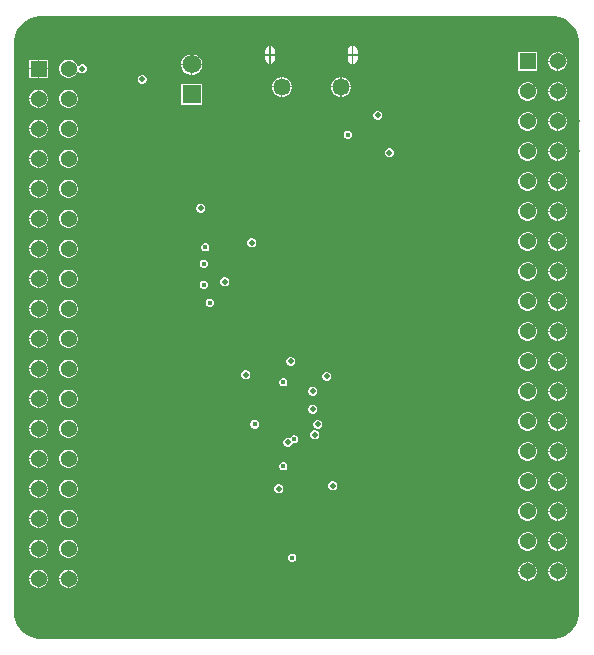
<source format=gbr>
%TF.GenerationSoftware,Altium Limited,Altium Designer,24.10.1 (45)*%
G04 Layer_Physical_Order=2*
G04 Layer_Color=36540*
%FSLAX45Y45*%
%MOMM*%
%TF.SameCoordinates,4DA1E9EC-797C-4A4C-9375-46A5AD340D12*%
%TF.FilePolarity,Positive*%
%TF.FileFunction,Copper,L2,Inr,Signal*%
%TF.Part,Single*%
G01*
G75*
%TA.AperFunction,ComponentPad*%
%ADD31C,1.37000*%
%ADD32R,1.37000X1.37000*%
%ADD33C,1.45000*%
%ADD34C,1.57000*%
%ADD35R,1.57000X1.57000*%
%TA.AperFunction,ViaPad*%
%ADD36C,0.45000*%
%ADD37C,0.50000*%
G36*
X4640141Y5063332D02*
X4682655Y5045722D01*
X4720916Y5020157D01*
X4753456Y4987617D01*
X4779022Y4949355D01*
X4796632Y4906841D01*
X4805609Y4861709D01*
Y4838700D01*
Y25400D01*
Y2391D01*
X4796632Y-42741D01*
X4779022Y-85256D01*
X4753457Y-123516D01*
X4720917Y-156056D01*
X4682655Y-181622D01*
X4640140Y-199232D01*
X4595009Y-208209D01*
X230991D01*
X185859Y-199232D01*
X143344Y-181622D01*
X105084Y-156057D01*
X72544Y-123518D01*
X46978Y-85256D01*
X29368Y-42741D01*
X20391Y2391D01*
Y25400D01*
Y4838700D01*
Y4861709D01*
X29368Y4906840D01*
X46978Y4949355D01*
X72543Y4987616D01*
X105082Y5020156D01*
X143344Y5045722D01*
X185859Y5063332D01*
X230991Y5072309D01*
X4595009D01*
X4640141Y5063332D01*
D02*
G37*
%LPC*%
G36*
X2892080Y4815336D02*
Y4745480D01*
X2927947D01*
Y4775400D01*
X2924830Y4791070D01*
X2915954Y4804354D01*
X2902670Y4813230D01*
X2892080Y4815336D01*
D02*
G37*
G36*
X2192080D02*
Y4745480D01*
X2227947D01*
Y4775400D01*
X2224830Y4791070D01*
X2215954Y4804354D01*
X2202670Y4813230D01*
X2192080Y4815336D01*
D02*
G37*
G36*
X2881920D02*
X2871330Y4813230D01*
X2858046Y4804354D01*
X2849170Y4791070D01*
X2846053Y4775400D01*
Y4745480D01*
X2881920D01*
Y4815336D01*
D02*
G37*
G36*
X2181920D02*
X2171330Y4813230D01*
X2158046Y4804354D01*
X2149170Y4791070D01*
X2146053Y4775400D01*
Y4745480D01*
X2181920D01*
Y4815336D01*
D02*
G37*
G36*
X4633156Y4764960D02*
X4627880D01*
Y4691380D01*
X4701460D01*
Y4696656D01*
X4696099Y4716662D01*
X4685743Y4734598D01*
X4671098Y4749243D01*
X4653162Y4759599D01*
X4633156Y4764960D01*
D02*
G37*
G36*
X4617720D02*
X4612444D01*
X4592438Y4759599D01*
X4574502Y4749243D01*
X4559857Y4734598D01*
X4549501Y4716662D01*
X4544140Y4696656D01*
Y4691380D01*
X4617720D01*
Y4764960D01*
D02*
G37*
G36*
X1535672Y4749560D02*
X1529080D01*
Y4665980D01*
X1612660D01*
Y4672572D01*
X1606618Y4695121D01*
X1594946Y4715339D01*
X1578439Y4731846D01*
X1558221Y4743518D01*
X1535672Y4749560D01*
D02*
G37*
G36*
X1518920D02*
X1512328D01*
X1489779Y4743518D01*
X1469561Y4731846D01*
X1453054Y4715339D01*
X1441382Y4695121D01*
X1435340Y4672572D01*
Y4665980D01*
X1518920D01*
Y4749560D01*
D02*
G37*
G36*
X2927947Y4735320D02*
X2892080D01*
Y4665464D01*
X2902670Y4667570D01*
X2915954Y4676446D01*
X2924830Y4689730D01*
X2927947Y4705400D01*
Y4735320D01*
D02*
G37*
G36*
X2227947D02*
X2192080D01*
Y4665464D01*
X2202670Y4667570D01*
X2215954Y4676446D01*
X2224830Y4689730D01*
X2227947Y4705400D01*
Y4735320D01*
D02*
G37*
G36*
X2881920D02*
X2846053D01*
Y4705400D01*
X2849170Y4689730D01*
X2858046Y4676446D01*
X2871330Y4667570D01*
X2881920Y4665464D01*
Y4735320D01*
D02*
G37*
G36*
X2181920D02*
X2146053D01*
Y4705400D01*
X2149170Y4689730D01*
X2158046Y4676446D01*
X2171330Y4667570D01*
X2181920Y4665464D01*
Y4735320D01*
D02*
G37*
G36*
X307260Y4701460D02*
X233680D01*
Y4627880D01*
X307260D01*
Y4701460D01*
D02*
G37*
G36*
X223520D02*
X149940D01*
Y4627880D01*
X223520D01*
Y4701460D01*
D02*
G37*
G36*
X4701460Y4681220D02*
X4627880D01*
Y4607640D01*
X4633156D01*
X4653162Y4613001D01*
X4671098Y4623357D01*
X4685743Y4638002D01*
X4696099Y4655938D01*
X4701460Y4675944D01*
Y4681220D01*
D02*
G37*
G36*
X4617720D02*
X4544140D01*
Y4675944D01*
X4549501Y4655938D01*
X4559857Y4638002D01*
X4574502Y4623357D01*
X4592438Y4613001D01*
X4612444Y4607640D01*
X4617720D01*
Y4681220D01*
D02*
G37*
G36*
X4447460Y4764960D02*
X4290140D01*
Y4607640D01*
X4447460D01*
Y4764960D01*
D02*
G37*
G36*
X492956Y4701460D02*
X472244D01*
X452238Y4696099D01*
X434302Y4685743D01*
X419657Y4671098D01*
X409301Y4653162D01*
X403940Y4633156D01*
Y4612444D01*
X409301Y4592438D01*
X419657Y4574502D01*
X434302Y4559857D01*
X452238Y4549501D01*
X472244Y4544140D01*
X492956D01*
X512962Y4549501D01*
X530898Y4559857D01*
X545543Y4574502D01*
X555899Y4592438D01*
X556925Y4596265D01*
X568009Y4598375D01*
X575545Y4590839D01*
X589401Y4585100D01*
X604399D01*
X618255Y4590839D01*
X628861Y4601445D01*
X634600Y4615301D01*
Y4630299D01*
X628861Y4644155D01*
X618255Y4654761D01*
X604399Y4660500D01*
X589401D01*
X575545Y4654761D01*
X568009Y4647225D01*
X556925Y4649335D01*
X555899Y4653162D01*
X545543Y4671098D01*
X530898Y4685743D01*
X512962Y4696099D01*
X492956Y4701460D01*
D02*
G37*
G36*
X1612660Y4655820D02*
X1529080D01*
Y4572240D01*
X1535672D01*
X1558221Y4578282D01*
X1578439Y4589954D01*
X1594946Y4606461D01*
X1606618Y4626679D01*
X1612660Y4649228D01*
Y4655820D01*
D02*
G37*
G36*
X1518920D02*
X1435340D01*
Y4649228D01*
X1441382Y4626679D01*
X1453054Y4606461D01*
X1469561Y4589954D01*
X1489779Y4578282D01*
X1512328Y4572240D01*
X1518920D01*
Y4655820D01*
D02*
G37*
G36*
X307260Y4617720D02*
X233680D01*
Y4544140D01*
X307260D01*
Y4617720D01*
D02*
G37*
G36*
X223520D02*
X149940D01*
Y4544140D01*
X223520D01*
Y4617720D01*
D02*
G37*
G36*
X1112399Y4571600D02*
X1097401D01*
X1083545Y4565861D01*
X1072939Y4555255D01*
X1067200Y4541399D01*
Y4526401D01*
X1072939Y4512545D01*
X1083545Y4501939D01*
X1097401Y4496200D01*
X1112399D01*
X1126255Y4501939D01*
X1136861Y4512545D01*
X1142600Y4526401D01*
Y4541399D01*
X1136861Y4555255D01*
X1126255Y4565861D01*
X1112399Y4571600D01*
D02*
G37*
G36*
X2797882Y4553060D02*
X2792080D01*
Y4475480D01*
X2869660D01*
Y4481282D01*
X2864027Y4502305D01*
X2853144Y4521154D01*
X2837754Y4536544D01*
X2818905Y4547427D01*
X2797882Y4553060D01*
D02*
G37*
G36*
X2781920D02*
X2776118D01*
X2755095Y4547427D01*
X2736246Y4536544D01*
X2720856Y4521154D01*
X2709973Y4502305D01*
X2704340Y4481282D01*
Y4475480D01*
X2781920D01*
Y4553060D01*
D02*
G37*
G36*
X2297882D02*
X2292080D01*
Y4475480D01*
X2369660D01*
Y4481282D01*
X2364027Y4502305D01*
X2353144Y4521154D01*
X2337754Y4536544D01*
X2318905Y4547427D01*
X2297882Y4553060D01*
D02*
G37*
G36*
X2281920D02*
X2276118D01*
X2255095Y4547427D01*
X2236246Y4536544D01*
X2220856Y4521154D01*
X2209973Y4502305D01*
X2204340Y4481282D01*
Y4475480D01*
X2281920D01*
Y4553060D01*
D02*
G37*
G36*
X4633156Y4510960D02*
X4627880D01*
Y4437380D01*
X4701460D01*
Y4442656D01*
X4696099Y4462662D01*
X4685743Y4480598D01*
X4671098Y4495243D01*
X4653162Y4505599D01*
X4633156Y4510960D01*
D02*
G37*
G36*
X4617720D02*
X4612444D01*
X4592438Y4505599D01*
X4574502Y4495243D01*
X4559857Y4480598D01*
X4549501Y4462662D01*
X4544140Y4442656D01*
Y4437380D01*
X4617720D01*
Y4510960D01*
D02*
G37*
G36*
X2869660Y4465320D02*
X2792080D01*
Y4387740D01*
X2797882D01*
X2818905Y4393373D01*
X2837754Y4404256D01*
X2853144Y4419646D01*
X2864027Y4438495D01*
X2869660Y4459518D01*
Y4465320D01*
D02*
G37*
G36*
X2781920D02*
X2704340D01*
Y4459518D01*
X2709973Y4438495D01*
X2720856Y4419646D01*
X2736246Y4404256D01*
X2755095Y4393373D01*
X2776118Y4387740D01*
X2781920D01*
Y4465320D01*
D02*
G37*
G36*
X2369660D02*
X2292080D01*
Y4387740D01*
X2297882D01*
X2318905Y4393373D01*
X2337754Y4404256D01*
X2353144Y4419646D01*
X2364027Y4438495D01*
X2369660Y4459518D01*
Y4465320D01*
D02*
G37*
G36*
X2281920D02*
X2204340D01*
Y4459518D01*
X2209973Y4438495D01*
X2220856Y4419646D01*
X2236246Y4404256D01*
X2255095Y4393373D01*
X2276118Y4387740D01*
X2281920D01*
Y4465320D01*
D02*
G37*
G36*
X238956Y4447460D02*
X233680D01*
Y4373880D01*
X307260D01*
Y4379156D01*
X301899Y4399162D01*
X291543Y4417098D01*
X276898Y4431743D01*
X258962Y4442099D01*
X238956Y4447460D01*
D02*
G37*
G36*
X223520D02*
X218244D01*
X198238Y4442099D01*
X180302Y4431743D01*
X165657Y4417098D01*
X155301Y4399162D01*
X149940Y4379156D01*
Y4373880D01*
X223520D01*
Y4447460D01*
D02*
G37*
G36*
X4701460Y4427220D02*
X4627880D01*
Y4353640D01*
X4633156D01*
X4653162Y4359001D01*
X4671098Y4369357D01*
X4685743Y4384002D01*
X4696099Y4401938D01*
X4701460Y4421944D01*
Y4427220D01*
D02*
G37*
G36*
X4617720D02*
X4544140D01*
Y4421944D01*
X4549501Y4401938D01*
X4559857Y4384002D01*
X4574502Y4369357D01*
X4592438Y4359001D01*
X4612444Y4353640D01*
X4617720D01*
Y4427220D01*
D02*
G37*
G36*
X4379156Y4510960D02*
X4358444D01*
X4338438Y4505599D01*
X4320502Y4495243D01*
X4305857Y4480598D01*
X4295501Y4462662D01*
X4290140Y4442656D01*
Y4421944D01*
X4295501Y4401938D01*
X4305857Y4384002D01*
X4320502Y4369357D01*
X4338438Y4359001D01*
X4358444Y4353640D01*
X4379156D01*
X4399162Y4359001D01*
X4417098Y4369357D01*
X4431743Y4384002D01*
X4442099Y4401938D01*
X4447460Y4421944D01*
Y4442656D01*
X4442099Y4462662D01*
X4431743Y4480598D01*
X4417098Y4495243D01*
X4399162Y4505599D01*
X4379156Y4510960D01*
D02*
G37*
G36*
X1612660Y4495560D02*
X1435340D01*
Y4318240D01*
X1612660D01*
Y4495560D01*
D02*
G37*
G36*
X492956Y4447460D02*
X472244D01*
X452238Y4442099D01*
X434302Y4431743D01*
X419657Y4417098D01*
X409301Y4399162D01*
X403940Y4379156D01*
Y4358444D01*
X409301Y4338438D01*
X419657Y4320502D01*
X434302Y4305857D01*
X452238Y4295501D01*
X472244Y4290140D01*
X492956D01*
X512962Y4295501D01*
X530898Y4305857D01*
X545543Y4320502D01*
X555899Y4338438D01*
X561260Y4358444D01*
Y4379156D01*
X555899Y4399162D01*
X545543Y4417098D01*
X530898Y4431743D01*
X512962Y4442099D01*
X492956Y4447460D01*
D02*
G37*
G36*
X307260Y4363720D02*
X233680D01*
Y4290140D01*
X238956D01*
X258962Y4295501D01*
X276898Y4305857D01*
X291543Y4320502D01*
X301899Y4338438D01*
X307260Y4358444D01*
Y4363720D01*
D02*
G37*
G36*
X223520D02*
X149940D01*
Y4358444D01*
X155301Y4338438D01*
X165657Y4320502D01*
X180302Y4305857D01*
X198238Y4295501D01*
X218244Y4290140D01*
X223520D01*
Y4363720D01*
D02*
G37*
G36*
X3106299Y4266800D02*
X3091301D01*
X3077445Y4261061D01*
X3066839Y4250455D01*
X3061100Y4236599D01*
Y4221601D01*
X3066839Y4207745D01*
X3077445Y4197139D01*
X3091301Y4191400D01*
X3106299D01*
X3120155Y4197139D01*
X3130761Y4207745D01*
X3136500Y4221601D01*
Y4236599D01*
X3130761Y4250455D01*
X3120155Y4261061D01*
X3106299Y4266800D01*
D02*
G37*
G36*
X4633156Y4256960D02*
X4627880D01*
Y4183380D01*
X4701460D01*
Y4188656D01*
X4696099Y4208662D01*
X4685743Y4226598D01*
X4671098Y4241243D01*
X4653162Y4251599D01*
X4633156Y4256960D01*
D02*
G37*
G36*
X4617720D02*
X4612444D01*
X4592438Y4251599D01*
X4574502Y4241243D01*
X4559857Y4226598D01*
X4549501Y4208662D01*
X4544140Y4188656D01*
Y4183380D01*
X4617720D01*
Y4256960D01*
D02*
G37*
G36*
X238956Y4193460D02*
X233680D01*
Y4119880D01*
X307260D01*
Y4125156D01*
X301899Y4145162D01*
X291543Y4163098D01*
X276898Y4177743D01*
X258962Y4188099D01*
X238956Y4193460D01*
D02*
G37*
G36*
X223520D02*
X218244D01*
X198238Y4188099D01*
X180302Y4177743D01*
X165657Y4163098D01*
X155301Y4145162D01*
X149940Y4125156D01*
Y4119880D01*
X223520D01*
Y4193460D01*
D02*
G37*
G36*
X4701460Y4173220D02*
X4627880D01*
Y4099640D01*
X4633156D01*
X4653162Y4105001D01*
X4671098Y4115357D01*
X4685743Y4130002D01*
X4696099Y4147938D01*
X4701460Y4167944D01*
Y4173220D01*
D02*
G37*
G36*
X4617720D02*
X4544140D01*
Y4167944D01*
X4549501Y4147938D01*
X4559857Y4130002D01*
X4574502Y4115357D01*
X4592438Y4105001D01*
X4612444Y4099640D01*
X4617720D01*
Y4173220D01*
D02*
G37*
G36*
X4379156Y4256960D02*
X4358444D01*
X4338438Y4251599D01*
X4320502Y4241243D01*
X4305857Y4226598D01*
X4295501Y4208662D01*
X4290140Y4188656D01*
Y4167944D01*
X4295501Y4147938D01*
X4305857Y4130002D01*
X4320502Y4115357D01*
X4338438Y4105001D01*
X4358444Y4099640D01*
X4379156D01*
X4399162Y4105001D01*
X4417098Y4115357D01*
X4431743Y4130002D01*
X4442099Y4147938D01*
X4447460Y4167944D01*
Y4188656D01*
X4442099Y4208662D01*
X4431743Y4226598D01*
X4417098Y4241243D01*
X4399162Y4251599D01*
X4379156Y4256960D01*
D02*
G37*
G36*
X492956Y4193460D02*
X472244D01*
X452238Y4188099D01*
X434302Y4177743D01*
X419657Y4163098D01*
X409301Y4145162D01*
X403940Y4125156D01*
Y4104444D01*
X409301Y4084438D01*
X419657Y4066502D01*
X434302Y4051857D01*
X452238Y4041501D01*
X472244Y4036140D01*
X492956D01*
X512962Y4041501D01*
X530898Y4051857D01*
X545543Y4066502D01*
X555899Y4084438D01*
X561260Y4104444D01*
Y4125156D01*
X555899Y4145162D01*
X545543Y4163098D01*
X530898Y4177743D01*
X512962Y4188099D01*
X492956Y4193460D01*
D02*
G37*
G36*
X307260Y4109720D02*
X233680D01*
Y4036140D01*
X238956D01*
X258962Y4041501D01*
X276898Y4051857D01*
X291543Y4066502D01*
X301899Y4084438D01*
X307260Y4104444D01*
Y4109720D01*
D02*
G37*
G36*
X223520D02*
X149940D01*
Y4104444D01*
X155301Y4084438D01*
X165657Y4066502D01*
X180302Y4051857D01*
X198238Y4041501D01*
X218244Y4036140D01*
X223520D01*
Y4109720D01*
D02*
G37*
G36*
X2851802Y4099200D02*
X2837798D01*
X2824861Y4093841D01*
X2814959Y4083939D01*
X2809600Y4071002D01*
Y4056998D01*
X2814959Y4044061D01*
X2824861Y4034159D01*
X2837798Y4028800D01*
X2851802D01*
X2864739Y4034159D01*
X2874641Y4044061D01*
X2880000Y4056998D01*
Y4071002D01*
X2874641Y4083939D01*
X2864739Y4093841D01*
X2851802Y4099200D01*
D02*
G37*
G36*
X4633156Y4002960D02*
X4627880D01*
Y3929380D01*
X4701460D01*
Y3934656D01*
X4696099Y3954662D01*
X4685743Y3972598D01*
X4671098Y3987243D01*
X4653162Y3997599D01*
X4633156Y4002960D01*
D02*
G37*
G36*
X4617720D02*
X4612444D01*
X4592438Y3997599D01*
X4574502Y3987243D01*
X4559857Y3972598D01*
X4549501Y3954662D01*
X4544140Y3934656D01*
Y3929380D01*
X4617720D01*
Y4002960D01*
D02*
G37*
G36*
X3203912Y3949300D02*
X3188914D01*
X3175058Y3943561D01*
X3164453Y3932955D01*
X3158713Y3919099D01*
Y3904101D01*
X3164453Y3890245D01*
X3175058Y3879639D01*
X3188914Y3873900D01*
X3203912D01*
X3217769Y3879639D01*
X3228374Y3890245D01*
X3234113Y3904101D01*
Y3919099D01*
X3228374Y3932955D01*
X3217769Y3943561D01*
X3203912Y3949300D01*
D02*
G37*
G36*
X238956Y3939460D02*
X233680D01*
Y3865880D01*
X307260D01*
Y3871156D01*
X301899Y3891162D01*
X291543Y3909098D01*
X276898Y3923743D01*
X258962Y3934099D01*
X238956Y3939460D01*
D02*
G37*
G36*
X223520D02*
X218244D01*
X198238Y3934099D01*
X180302Y3923743D01*
X165657Y3909098D01*
X155301Y3891162D01*
X149940Y3871156D01*
Y3865880D01*
X223520D01*
Y3939460D01*
D02*
G37*
G36*
X4701460Y3919220D02*
X4627880D01*
Y3845640D01*
X4633156D01*
X4653162Y3851001D01*
X4671098Y3861357D01*
X4685743Y3876002D01*
X4696099Y3893938D01*
X4701460Y3913944D01*
Y3919220D01*
D02*
G37*
G36*
X4617720D02*
X4544140D01*
Y3913944D01*
X4549501Y3893938D01*
X4559857Y3876002D01*
X4574502Y3861357D01*
X4592438Y3851001D01*
X4612444Y3845640D01*
X4617720D01*
Y3919220D01*
D02*
G37*
G36*
X4379156Y4002960D02*
X4358444D01*
X4338438Y3997599D01*
X4320502Y3987243D01*
X4305857Y3972598D01*
X4295501Y3954662D01*
X4290140Y3934656D01*
Y3913944D01*
X4295501Y3893938D01*
X4305857Y3876002D01*
X4320502Y3861357D01*
X4338438Y3851001D01*
X4358444Y3845640D01*
X4379156D01*
X4399162Y3851001D01*
X4417098Y3861357D01*
X4431743Y3876002D01*
X4442099Y3893938D01*
X4447460Y3913944D01*
Y3934656D01*
X4442099Y3954662D01*
X4431743Y3972598D01*
X4417098Y3987243D01*
X4399162Y3997599D01*
X4379156Y4002960D01*
D02*
G37*
G36*
X492956Y3939460D02*
X472244D01*
X452238Y3934099D01*
X434302Y3923743D01*
X419657Y3909098D01*
X409301Y3891162D01*
X403940Y3871156D01*
Y3850444D01*
X409301Y3830438D01*
X419657Y3812502D01*
X434302Y3797857D01*
X452238Y3787501D01*
X472244Y3782140D01*
X492956D01*
X512962Y3787501D01*
X530898Y3797857D01*
X545543Y3812502D01*
X555899Y3830438D01*
X561260Y3850444D01*
Y3871156D01*
X555899Y3891162D01*
X545543Y3909098D01*
X530898Y3923743D01*
X512962Y3934099D01*
X492956Y3939460D01*
D02*
G37*
G36*
X307260Y3855720D02*
X233680D01*
Y3782140D01*
X238956D01*
X258962Y3787501D01*
X276898Y3797857D01*
X291543Y3812502D01*
X301899Y3830438D01*
X307260Y3850444D01*
Y3855720D01*
D02*
G37*
G36*
X223520D02*
X149940D01*
Y3850444D01*
X155301Y3830438D01*
X165657Y3812502D01*
X180302Y3797857D01*
X198238Y3787501D01*
X218244Y3782140D01*
X223520D01*
Y3855720D01*
D02*
G37*
G36*
X4633156Y3748960D02*
X4627880D01*
Y3675380D01*
X4701460D01*
Y3680656D01*
X4696099Y3700662D01*
X4685743Y3718598D01*
X4671098Y3733243D01*
X4653162Y3743599D01*
X4633156Y3748960D01*
D02*
G37*
G36*
X4617720D02*
X4612444D01*
X4592438Y3743599D01*
X4574502Y3733243D01*
X4559857Y3718598D01*
X4549501Y3700662D01*
X4544140Y3680656D01*
Y3675380D01*
X4617720D01*
Y3748960D01*
D02*
G37*
G36*
X238956Y3685460D02*
X233680D01*
Y3611880D01*
X307260D01*
Y3617156D01*
X301899Y3637162D01*
X291543Y3655098D01*
X276898Y3669743D01*
X258962Y3680099D01*
X238956Y3685460D01*
D02*
G37*
G36*
X223520D02*
X218244D01*
X198238Y3680099D01*
X180302Y3669743D01*
X165657Y3655098D01*
X155301Y3637162D01*
X149940Y3617156D01*
Y3611880D01*
X223520D01*
Y3685460D01*
D02*
G37*
G36*
X4701460Y3665220D02*
X4627880D01*
Y3591640D01*
X4633156D01*
X4653162Y3597001D01*
X4671098Y3607357D01*
X4685743Y3622002D01*
X4696099Y3639938D01*
X4701460Y3659944D01*
Y3665220D01*
D02*
G37*
G36*
X4617720D02*
X4544140D01*
Y3659944D01*
X4549501Y3639938D01*
X4559857Y3622002D01*
X4574502Y3607357D01*
X4592438Y3597001D01*
X4612444Y3591640D01*
X4617720D01*
Y3665220D01*
D02*
G37*
G36*
X4379156Y3748960D02*
X4358444D01*
X4338438Y3743599D01*
X4320502Y3733243D01*
X4305857Y3718598D01*
X4295501Y3700662D01*
X4290140Y3680656D01*
Y3659944D01*
X4295501Y3639938D01*
X4305857Y3622002D01*
X4320502Y3607357D01*
X4338438Y3597001D01*
X4358444Y3591640D01*
X4379156D01*
X4399162Y3597001D01*
X4417098Y3607357D01*
X4431743Y3622002D01*
X4442099Y3639938D01*
X4447460Y3659944D01*
Y3680656D01*
X4442099Y3700662D01*
X4431743Y3718598D01*
X4417098Y3733243D01*
X4399162Y3743599D01*
X4379156Y3748960D01*
D02*
G37*
G36*
X492956Y3685460D02*
X472244D01*
X452238Y3680099D01*
X434302Y3669743D01*
X419657Y3655098D01*
X409301Y3637162D01*
X403940Y3617156D01*
Y3596444D01*
X409301Y3576438D01*
X419657Y3558502D01*
X434302Y3543857D01*
X452238Y3533501D01*
X472244Y3528140D01*
X492956D01*
X512962Y3533501D01*
X530898Y3543857D01*
X545543Y3558502D01*
X555899Y3576438D01*
X561260Y3596444D01*
Y3617156D01*
X555899Y3637162D01*
X545543Y3655098D01*
X530898Y3669743D01*
X512962Y3680099D01*
X492956Y3685460D01*
D02*
G37*
G36*
X307260Y3601720D02*
X233680D01*
Y3528140D01*
X238956D01*
X258962Y3533501D01*
X276898Y3543857D01*
X291543Y3558502D01*
X301899Y3576438D01*
X307260Y3596444D01*
Y3601720D01*
D02*
G37*
G36*
X223520D02*
X149940D01*
Y3596444D01*
X155301Y3576438D01*
X165657Y3558502D01*
X180302Y3543857D01*
X198238Y3533501D01*
X218244Y3528140D01*
X223520D01*
Y3601720D01*
D02*
G37*
G36*
X4633156Y3494960D02*
X4627880D01*
Y3421380D01*
X4701460D01*
Y3426656D01*
X4696099Y3446662D01*
X4685743Y3464598D01*
X4671098Y3479243D01*
X4653162Y3489599D01*
X4633156Y3494960D01*
D02*
G37*
G36*
X4617720D02*
X4612444D01*
X4592438Y3489599D01*
X4574502Y3479243D01*
X4559857Y3464598D01*
X4549501Y3446662D01*
X4544140Y3426656D01*
Y3421380D01*
X4617720D01*
Y3494960D01*
D02*
G37*
G36*
X1607699Y3481000D02*
X1592701D01*
X1578845Y3475261D01*
X1568239Y3464655D01*
X1562500Y3450799D01*
Y3435801D01*
X1568239Y3421945D01*
X1578845Y3411339D01*
X1592701Y3405600D01*
X1607699D01*
X1621555Y3411339D01*
X1632161Y3421945D01*
X1637900Y3435801D01*
Y3450799D01*
X1632161Y3464655D01*
X1621555Y3475261D01*
X1607699Y3481000D01*
D02*
G37*
G36*
X238956Y3431460D02*
X233680D01*
Y3357880D01*
X307260D01*
Y3363156D01*
X301899Y3383162D01*
X291543Y3401098D01*
X276898Y3415743D01*
X258962Y3426099D01*
X238956Y3431460D01*
D02*
G37*
G36*
X223520D02*
X218244D01*
X198238Y3426099D01*
X180302Y3415743D01*
X165657Y3401098D01*
X155301Y3383162D01*
X149940Y3363156D01*
Y3357880D01*
X223520D01*
Y3431460D01*
D02*
G37*
G36*
X4701460Y3411220D02*
X4627880D01*
Y3337640D01*
X4633156D01*
X4653162Y3343001D01*
X4671098Y3353357D01*
X4685743Y3368002D01*
X4696099Y3385938D01*
X4701460Y3405944D01*
Y3411220D01*
D02*
G37*
G36*
X4617720D02*
X4544140D01*
Y3405944D01*
X4549501Y3385938D01*
X4559857Y3368002D01*
X4574502Y3353357D01*
X4592438Y3343001D01*
X4612444Y3337640D01*
X4617720D01*
Y3411220D01*
D02*
G37*
G36*
X4379156Y3494960D02*
X4358444D01*
X4338438Y3489599D01*
X4320502Y3479243D01*
X4305857Y3464598D01*
X4295501Y3446662D01*
X4290140Y3426656D01*
Y3405944D01*
X4295501Y3385938D01*
X4305857Y3368002D01*
X4320502Y3353357D01*
X4338438Y3343001D01*
X4358444Y3337640D01*
X4379156D01*
X4399162Y3343001D01*
X4417098Y3353357D01*
X4431743Y3368002D01*
X4442099Y3385938D01*
X4447460Y3405944D01*
Y3426656D01*
X4442099Y3446662D01*
X4431743Y3464598D01*
X4417098Y3479243D01*
X4399162Y3489599D01*
X4379156Y3494960D01*
D02*
G37*
G36*
X492956Y3431460D02*
X472244D01*
X452238Y3426099D01*
X434302Y3415743D01*
X419657Y3401098D01*
X409301Y3383162D01*
X403940Y3363156D01*
Y3342444D01*
X409301Y3322438D01*
X419657Y3304502D01*
X434302Y3289857D01*
X452238Y3279501D01*
X472244Y3274140D01*
X492956D01*
X512962Y3279501D01*
X530898Y3289857D01*
X545543Y3304502D01*
X555899Y3322438D01*
X561260Y3342444D01*
Y3363156D01*
X555899Y3383162D01*
X545543Y3401098D01*
X530898Y3415743D01*
X512962Y3426099D01*
X492956Y3431460D01*
D02*
G37*
G36*
X307260Y3347720D02*
X233680D01*
Y3274140D01*
X238956D01*
X258962Y3279501D01*
X276898Y3289857D01*
X291543Y3304502D01*
X301899Y3322438D01*
X307260Y3342444D01*
Y3347720D01*
D02*
G37*
G36*
X223520D02*
X149940D01*
Y3342444D01*
X155301Y3322438D01*
X165657Y3304502D01*
X180302Y3289857D01*
X198238Y3279501D01*
X218244Y3274140D01*
X223520D01*
Y3347720D01*
D02*
G37*
G36*
X4633156Y3240960D02*
X4627880D01*
Y3167380D01*
X4701460D01*
Y3172656D01*
X4696099Y3192662D01*
X4685743Y3210598D01*
X4671098Y3225243D01*
X4653162Y3235599D01*
X4633156Y3240960D01*
D02*
G37*
G36*
X4617720D02*
X4612444D01*
X4592438Y3235599D01*
X4574502Y3225243D01*
X4559857Y3210598D01*
X4549501Y3192662D01*
X4544140Y3172656D01*
Y3167380D01*
X4617720D01*
Y3240960D01*
D02*
G37*
G36*
X2039499Y3187300D02*
X2024501D01*
X2010645Y3181561D01*
X2000039Y3170955D01*
X1994300Y3157099D01*
Y3142101D01*
X2000039Y3128245D01*
X2010645Y3117639D01*
X2024501Y3111900D01*
X2039499D01*
X2053355Y3117639D01*
X2063961Y3128245D01*
X2069700Y3142101D01*
Y3157099D01*
X2063961Y3170955D01*
X2053355Y3181561D01*
X2039499Y3187300D01*
D02*
G37*
G36*
X238956Y3177460D02*
X233680D01*
Y3103880D01*
X307260D01*
Y3109156D01*
X301899Y3129162D01*
X291543Y3147098D01*
X276898Y3161743D01*
X258962Y3172099D01*
X238956Y3177460D01*
D02*
G37*
G36*
X223520D02*
X218244D01*
X198238Y3172099D01*
X180302Y3161743D01*
X165657Y3147098D01*
X155301Y3129162D01*
X149940Y3109156D01*
Y3103880D01*
X223520D01*
Y3177460D01*
D02*
G37*
G36*
X4701460Y3157220D02*
X4627880D01*
Y3083640D01*
X4633156D01*
X4653162Y3089001D01*
X4671098Y3099357D01*
X4685743Y3114002D01*
X4696099Y3131938D01*
X4701460Y3151944D01*
Y3157220D01*
D02*
G37*
G36*
X4617720D02*
X4544140D01*
Y3151944D01*
X4549501Y3131938D01*
X4559857Y3114002D01*
X4574502Y3099357D01*
X4592438Y3089001D01*
X4612444Y3083640D01*
X4617720D01*
Y3157220D01*
D02*
G37*
G36*
X4379156Y3240960D02*
X4358444D01*
X4338438Y3235599D01*
X4320502Y3225243D01*
X4305857Y3210598D01*
X4295501Y3192662D01*
X4290140Y3172656D01*
Y3151944D01*
X4295501Y3131938D01*
X4305857Y3114002D01*
X4320502Y3099357D01*
X4338438Y3089001D01*
X4358444Y3083640D01*
X4379156D01*
X4399162Y3089001D01*
X4417098Y3099357D01*
X4431743Y3114002D01*
X4442099Y3131938D01*
X4447460Y3151944D01*
Y3172656D01*
X4442099Y3192662D01*
X4431743Y3210598D01*
X4417098Y3225243D01*
X4399162Y3235599D01*
X4379156Y3240960D01*
D02*
G37*
G36*
X1645302Y3146700D02*
X1631298D01*
X1618361Y3141341D01*
X1608459Y3131439D01*
X1603100Y3118502D01*
Y3104498D01*
X1608459Y3091561D01*
X1618361Y3081659D01*
X1631298Y3076300D01*
X1645302D01*
X1658239Y3081659D01*
X1668141Y3091561D01*
X1673500Y3104498D01*
Y3118502D01*
X1668141Y3131439D01*
X1658239Y3141341D01*
X1645302Y3146700D01*
D02*
G37*
G36*
X492956Y3177460D02*
X472244D01*
X452238Y3172099D01*
X434302Y3161743D01*
X419657Y3147098D01*
X409301Y3129162D01*
X403940Y3109156D01*
Y3088444D01*
X409301Y3068438D01*
X419657Y3050502D01*
X434302Y3035857D01*
X452238Y3025501D01*
X472244Y3020140D01*
X492956D01*
X512962Y3025501D01*
X530898Y3035857D01*
X545543Y3050502D01*
X555899Y3068438D01*
X561260Y3088444D01*
Y3109156D01*
X555899Y3129162D01*
X545543Y3147098D01*
X530898Y3161743D01*
X512962Y3172099D01*
X492956Y3177460D01*
D02*
G37*
G36*
X307260Y3093720D02*
X233680D01*
Y3020140D01*
X238956D01*
X258962Y3025501D01*
X276898Y3035857D01*
X291543Y3050502D01*
X301899Y3068438D01*
X307260Y3088444D01*
Y3093720D01*
D02*
G37*
G36*
X223520D02*
X149940D01*
Y3088444D01*
X155301Y3068438D01*
X165657Y3050502D01*
X180302Y3035857D01*
X198238Y3025501D01*
X218244Y3020140D01*
X223520D01*
Y3093720D01*
D02*
G37*
G36*
X1632602Y3007000D02*
X1618598D01*
X1605661Y3001641D01*
X1595759Y2991739D01*
X1590400Y2978802D01*
Y2964798D01*
X1595759Y2951861D01*
X1605661Y2941959D01*
X1618598Y2936600D01*
X1632602D01*
X1645539Y2941959D01*
X1655441Y2951861D01*
X1660800Y2964798D01*
Y2978802D01*
X1655441Y2991739D01*
X1645539Y3001641D01*
X1632602Y3007000D01*
D02*
G37*
G36*
X4633156Y2986960D02*
X4627880D01*
Y2913380D01*
X4701460D01*
Y2918656D01*
X4696099Y2938662D01*
X4685743Y2956598D01*
X4671098Y2971243D01*
X4653162Y2981599D01*
X4633156Y2986960D01*
D02*
G37*
G36*
X4617720D02*
X4612444D01*
X4592438Y2981599D01*
X4574502Y2971243D01*
X4559857Y2956598D01*
X4549501Y2938662D01*
X4544140Y2918656D01*
Y2913380D01*
X4617720D01*
Y2986960D01*
D02*
G37*
G36*
X238956Y2923460D02*
X233680D01*
Y2849880D01*
X307260D01*
Y2855156D01*
X301899Y2875162D01*
X291543Y2893098D01*
X276898Y2907743D01*
X258962Y2918099D01*
X238956Y2923460D01*
D02*
G37*
G36*
X223520D02*
X218244D01*
X198238Y2918099D01*
X180302Y2907743D01*
X165657Y2893098D01*
X155301Y2875162D01*
X149940Y2855156D01*
Y2849880D01*
X223520D01*
Y2923460D01*
D02*
G37*
G36*
X4701460Y2903220D02*
X4627880D01*
Y2829640D01*
X4633156D01*
X4653162Y2835001D01*
X4671098Y2845357D01*
X4685743Y2860002D01*
X4696099Y2877938D01*
X4701460Y2897944D01*
Y2903220D01*
D02*
G37*
G36*
X4617720D02*
X4544140D01*
Y2897944D01*
X4549501Y2877938D01*
X4559857Y2860002D01*
X4574502Y2845357D01*
X4592438Y2835001D01*
X4612444Y2829640D01*
X4617720D01*
Y2903220D01*
D02*
G37*
G36*
X4379156Y2986960D02*
X4358444D01*
X4338438Y2981599D01*
X4320502Y2971243D01*
X4305857Y2956598D01*
X4295501Y2938662D01*
X4290140Y2918656D01*
Y2897944D01*
X4295501Y2877938D01*
X4305857Y2860002D01*
X4320502Y2845357D01*
X4338438Y2835001D01*
X4358444Y2829640D01*
X4379156D01*
X4399162Y2835001D01*
X4417098Y2845357D01*
X4431743Y2860002D01*
X4442099Y2877938D01*
X4447460Y2897944D01*
Y2918656D01*
X4442099Y2938662D01*
X4431743Y2956598D01*
X4417098Y2971243D01*
X4399162Y2981599D01*
X4379156Y2986960D01*
D02*
G37*
G36*
X1810899Y2857100D02*
X1795901D01*
X1782045Y2851361D01*
X1771439Y2840755D01*
X1765700Y2826899D01*
Y2811901D01*
X1771439Y2798045D01*
X1782045Y2787439D01*
X1795901Y2781700D01*
X1810899D01*
X1824755Y2787439D01*
X1835361Y2798045D01*
X1841100Y2811901D01*
Y2826899D01*
X1835361Y2840755D01*
X1824755Y2851361D01*
X1810899Y2857100D01*
D02*
G37*
G36*
X492956Y2923460D02*
X472244D01*
X452238Y2918099D01*
X434302Y2907743D01*
X419657Y2893098D01*
X409301Y2875162D01*
X403940Y2855156D01*
Y2834444D01*
X409301Y2814438D01*
X419657Y2796502D01*
X434302Y2781857D01*
X452238Y2771501D01*
X472244Y2766140D01*
X492956D01*
X512962Y2771501D01*
X530898Y2781857D01*
X545543Y2796502D01*
X555899Y2814438D01*
X561260Y2834444D01*
Y2855156D01*
X555899Y2875162D01*
X545543Y2893098D01*
X530898Y2907743D01*
X512962Y2918099D01*
X492956Y2923460D01*
D02*
G37*
G36*
X307260Y2839720D02*
X233680D01*
Y2766140D01*
X238956D01*
X258962Y2771501D01*
X276898Y2781857D01*
X291543Y2796502D01*
X301899Y2814438D01*
X307260Y2834444D01*
Y2839720D01*
D02*
G37*
G36*
X223520D02*
X149940D01*
Y2834444D01*
X155301Y2814438D01*
X165657Y2796502D01*
X180302Y2781857D01*
X198238Y2771501D01*
X218244Y2766140D01*
X223520D01*
Y2839720D01*
D02*
G37*
G36*
X1632602Y2829200D02*
X1618598D01*
X1605661Y2823841D01*
X1595759Y2813939D01*
X1590400Y2801002D01*
Y2786998D01*
X1595759Y2774061D01*
X1605661Y2764159D01*
X1618598Y2758800D01*
X1632602D01*
X1645539Y2764159D01*
X1655441Y2774061D01*
X1660800Y2786998D01*
Y2801002D01*
X1655441Y2813939D01*
X1645539Y2823841D01*
X1632602Y2829200D01*
D02*
G37*
G36*
X4633156Y2732960D02*
X4627880D01*
Y2659380D01*
X4701460D01*
Y2664656D01*
X4696099Y2684662D01*
X4685743Y2702598D01*
X4671098Y2717243D01*
X4653162Y2727599D01*
X4633156Y2732960D01*
D02*
G37*
G36*
X4617720D02*
X4612444D01*
X4592438Y2727599D01*
X4574502Y2717243D01*
X4559857Y2702598D01*
X4549501Y2684662D01*
X4544140Y2664656D01*
Y2659380D01*
X4617720D01*
Y2732960D01*
D02*
G37*
G36*
X1683402Y2676800D02*
X1669398D01*
X1656461Y2671441D01*
X1646559Y2661539D01*
X1641200Y2648602D01*
Y2634598D01*
X1646559Y2621661D01*
X1656461Y2611759D01*
X1669398Y2606400D01*
X1683402D01*
X1696339Y2611759D01*
X1706241Y2621661D01*
X1711600Y2634598D01*
Y2648602D01*
X1706241Y2661539D01*
X1696339Y2671441D01*
X1683402Y2676800D01*
D02*
G37*
G36*
X238956Y2669460D02*
X233680D01*
Y2595880D01*
X307260D01*
Y2601156D01*
X301899Y2621162D01*
X291543Y2639098D01*
X276898Y2653743D01*
X258962Y2664099D01*
X238956Y2669460D01*
D02*
G37*
G36*
X223520D02*
X218244D01*
X198238Y2664099D01*
X180302Y2653743D01*
X165657Y2639098D01*
X155301Y2621162D01*
X149940Y2601156D01*
Y2595880D01*
X223520D01*
Y2669460D01*
D02*
G37*
G36*
X4701460Y2649220D02*
X4627880D01*
Y2575640D01*
X4633156D01*
X4653162Y2581001D01*
X4671098Y2591357D01*
X4685743Y2606002D01*
X4696099Y2623938D01*
X4701460Y2643944D01*
Y2649220D01*
D02*
G37*
G36*
X4617720D02*
X4544140D01*
Y2643944D01*
X4549501Y2623938D01*
X4559857Y2606002D01*
X4574502Y2591357D01*
X4592438Y2581001D01*
X4612444Y2575640D01*
X4617720D01*
Y2649220D01*
D02*
G37*
G36*
X4379156Y2732960D02*
X4358444D01*
X4338438Y2727599D01*
X4320502Y2717243D01*
X4305857Y2702598D01*
X4295501Y2684662D01*
X4290140Y2664656D01*
Y2643944D01*
X4295501Y2623938D01*
X4305857Y2606002D01*
X4320502Y2591357D01*
X4338438Y2581001D01*
X4358444Y2575640D01*
X4379156D01*
X4399162Y2581001D01*
X4417098Y2591357D01*
X4431743Y2606002D01*
X4442099Y2623938D01*
X4447460Y2643944D01*
Y2664656D01*
X4442099Y2684662D01*
X4431743Y2702598D01*
X4417098Y2717243D01*
X4399162Y2727599D01*
X4379156Y2732960D01*
D02*
G37*
G36*
X492956Y2669460D02*
X472244D01*
X452238Y2664099D01*
X434302Y2653743D01*
X419657Y2639098D01*
X409301Y2621162D01*
X403940Y2601156D01*
Y2580444D01*
X409301Y2560438D01*
X419657Y2542502D01*
X434302Y2527857D01*
X452238Y2517501D01*
X472244Y2512140D01*
X492956D01*
X512962Y2517501D01*
X530898Y2527857D01*
X545543Y2542502D01*
X555899Y2560438D01*
X561260Y2580444D01*
Y2601156D01*
X555899Y2621162D01*
X545543Y2639098D01*
X530898Y2653743D01*
X512962Y2664099D01*
X492956Y2669460D01*
D02*
G37*
G36*
X307260Y2585720D02*
X233680D01*
Y2512140D01*
X238956D01*
X258962Y2517501D01*
X276898Y2527857D01*
X291543Y2542502D01*
X301899Y2560438D01*
X307260Y2580444D01*
Y2585720D01*
D02*
G37*
G36*
X223520D02*
X149940D01*
Y2580444D01*
X155301Y2560438D01*
X165657Y2542502D01*
X180302Y2527857D01*
X198238Y2517501D01*
X218244Y2512140D01*
X223520D01*
Y2585720D01*
D02*
G37*
G36*
X4633156Y2478960D02*
X4627880D01*
Y2405380D01*
X4701460D01*
Y2410656D01*
X4696099Y2430662D01*
X4685743Y2448598D01*
X4671098Y2463243D01*
X4653162Y2473599D01*
X4633156Y2478960D01*
D02*
G37*
G36*
X4617720D02*
X4612444D01*
X4592438Y2473599D01*
X4574502Y2463243D01*
X4559857Y2448598D01*
X4549501Y2430662D01*
X4544140Y2410656D01*
Y2405380D01*
X4617720D01*
Y2478960D01*
D02*
G37*
G36*
X238956Y2415460D02*
X233680D01*
Y2341880D01*
X307260D01*
Y2347156D01*
X301899Y2367162D01*
X291543Y2385098D01*
X276898Y2399743D01*
X258962Y2410099D01*
X238956Y2415460D01*
D02*
G37*
G36*
X223520D02*
X218244D01*
X198238Y2410099D01*
X180302Y2399743D01*
X165657Y2385098D01*
X155301Y2367162D01*
X149940Y2347156D01*
Y2341880D01*
X223520D01*
Y2415460D01*
D02*
G37*
G36*
X4701460Y2395220D02*
X4627880D01*
Y2321640D01*
X4633156D01*
X4653162Y2327001D01*
X4671098Y2337357D01*
X4685743Y2352002D01*
X4696099Y2369938D01*
X4701460Y2389944D01*
Y2395220D01*
D02*
G37*
G36*
X4617720D02*
X4544140D01*
Y2389944D01*
X4549501Y2369938D01*
X4559857Y2352002D01*
X4574502Y2337357D01*
X4592438Y2327001D01*
X4612444Y2321640D01*
X4617720D01*
Y2395220D01*
D02*
G37*
G36*
X4379156Y2478960D02*
X4358444D01*
X4338438Y2473599D01*
X4320502Y2463243D01*
X4305857Y2448598D01*
X4295501Y2430662D01*
X4290140Y2410656D01*
Y2389944D01*
X4295501Y2369938D01*
X4305857Y2352002D01*
X4320502Y2337357D01*
X4338438Y2327001D01*
X4358444Y2321640D01*
X4379156D01*
X4399162Y2327001D01*
X4417098Y2337357D01*
X4431743Y2352002D01*
X4442099Y2369938D01*
X4447460Y2389944D01*
Y2410656D01*
X4442099Y2430662D01*
X4431743Y2448598D01*
X4417098Y2463243D01*
X4399162Y2473599D01*
X4379156Y2478960D01*
D02*
G37*
G36*
X492956Y2415460D02*
X472244D01*
X452238Y2410099D01*
X434302Y2399743D01*
X419657Y2385098D01*
X409301Y2367162D01*
X403940Y2347156D01*
Y2326444D01*
X409301Y2306438D01*
X419657Y2288502D01*
X434302Y2273857D01*
X452238Y2263501D01*
X472244Y2258140D01*
X492956D01*
X512962Y2263501D01*
X530898Y2273857D01*
X545543Y2288502D01*
X555899Y2306438D01*
X561260Y2326444D01*
Y2347156D01*
X555899Y2367162D01*
X545543Y2385098D01*
X530898Y2399743D01*
X512962Y2410099D01*
X492956Y2415460D01*
D02*
G37*
G36*
X307260Y2331720D02*
X233680D01*
Y2258140D01*
X238956D01*
X258962Y2263501D01*
X276898Y2273857D01*
X291543Y2288502D01*
X301899Y2306438D01*
X307260Y2326444D01*
Y2331720D01*
D02*
G37*
G36*
X223520D02*
X149940D01*
Y2326444D01*
X155301Y2306438D01*
X165657Y2288502D01*
X180302Y2273857D01*
X198238Y2263501D01*
X218244Y2258140D01*
X223520D01*
Y2331720D01*
D02*
G37*
G36*
X4633156Y2224960D02*
X4627880D01*
Y2151380D01*
X4701460D01*
Y2156656D01*
X4696099Y2176662D01*
X4685743Y2194598D01*
X4671098Y2209243D01*
X4653162Y2219599D01*
X4633156Y2224960D01*
D02*
G37*
G36*
X4617720D02*
X4612444D01*
X4592438Y2219599D01*
X4574502Y2209243D01*
X4559857Y2194598D01*
X4549501Y2176662D01*
X4544140Y2156656D01*
Y2151380D01*
X4617720D01*
Y2224960D01*
D02*
G37*
G36*
X2369699Y2184000D02*
X2354701D01*
X2340845Y2178261D01*
X2330239Y2167655D01*
X2324500Y2153799D01*
Y2138801D01*
X2330239Y2124945D01*
X2340845Y2114339D01*
X2354701Y2108600D01*
X2369699D01*
X2383555Y2114339D01*
X2394161Y2124945D01*
X2399900Y2138801D01*
Y2153799D01*
X2394161Y2167655D01*
X2383555Y2178261D01*
X2369699Y2184000D01*
D02*
G37*
G36*
X238956Y2161460D02*
X233680D01*
Y2087880D01*
X307260D01*
Y2093156D01*
X301899Y2113162D01*
X291543Y2131098D01*
X276898Y2145743D01*
X258962Y2156099D01*
X238956Y2161460D01*
D02*
G37*
G36*
X223520D02*
X218244D01*
X198238Y2156099D01*
X180302Y2145743D01*
X165657Y2131098D01*
X155301Y2113162D01*
X149940Y2093156D01*
Y2087880D01*
X223520D01*
Y2161460D01*
D02*
G37*
G36*
X4701460Y2141220D02*
X4627880D01*
Y2067640D01*
X4633156D01*
X4653162Y2073001D01*
X4671098Y2083357D01*
X4685743Y2098002D01*
X4696099Y2115938D01*
X4701460Y2135944D01*
Y2141220D01*
D02*
G37*
G36*
X4617720D02*
X4544140D01*
Y2135944D01*
X4549501Y2115938D01*
X4559857Y2098002D01*
X4574502Y2083357D01*
X4592438Y2073001D01*
X4612444Y2067640D01*
X4617720D01*
Y2141220D01*
D02*
G37*
G36*
X4379156Y2224960D02*
X4358444D01*
X4338438Y2219599D01*
X4320502Y2209243D01*
X4305857Y2194598D01*
X4295501Y2176662D01*
X4290140Y2156656D01*
Y2135944D01*
X4295501Y2115938D01*
X4305857Y2098002D01*
X4320502Y2083357D01*
X4338438Y2073001D01*
X4358444Y2067640D01*
X4379156D01*
X4399162Y2073001D01*
X4417098Y2083357D01*
X4431743Y2098002D01*
X4442099Y2115938D01*
X4447460Y2135944D01*
Y2156656D01*
X4442099Y2176662D01*
X4431743Y2194598D01*
X4417098Y2209243D01*
X4399162Y2219599D01*
X4379156Y2224960D01*
D02*
G37*
G36*
X492956Y2161460D02*
X472244D01*
X452238Y2156099D01*
X434302Y2145743D01*
X419657Y2131098D01*
X409301Y2113162D01*
X403940Y2093156D01*
Y2072444D01*
X409301Y2052438D01*
X419657Y2034502D01*
X434302Y2019857D01*
X452238Y2009501D01*
X472244Y2004140D01*
X492956D01*
X512962Y2009501D01*
X530898Y2019857D01*
X545543Y2034502D01*
X555899Y2052438D01*
X561260Y2072444D01*
Y2093156D01*
X555899Y2113162D01*
X545543Y2131098D01*
X530898Y2145743D01*
X512962Y2156099D01*
X492956Y2161460D01*
D02*
G37*
G36*
X307260Y2077720D02*
X233680D01*
Y2004140D01*
X238956D01*
X258962Y2009501D01*
X276898Y2019857D01*
X291543Y2034502D01*
X301899Y2052438D01*
X307260Y2072444D01*
Y2077720D01*
D02*
G37*
G36*
X223520D02*
X149940D01*
Y2072444D01*
X155301Y2052438D01*
X165657Y2034502D01*
X180302Y2019857D01*
X198238Y2009501D01*
X218244Y2004140D01*
X223520D01*
Y2077720D01*
D02*
G37*
G36*
X1988699Y2069700D02*
X1973701D01*
X1959845Y2063961D01*
X1949239Y2053355D01*
X1943500Y2039499D01*
Y2024501D01*
X1949239Y2010645D01*
X1959845Y2000039D01*
X1973701Y1994300D01*
X1988699D01*
X2002555Y2000039D01*
X2013161Y2010645D01*
X2018900Y2024501D01*
Y2039499D01*
X2013161Y2053355D01*
X2002555Y2063961D01*
X1988699Y2069700D01*
D02*
G37*
G36*
X2674499Y2057000D02*
X2659501D01*
X2645645Y2051261D01*
X2635039Y2040655D01*
X2629300Y2026799D01*
Y2011801D01*
X2635039Y1997945D01*
X2645645Y1987339D01*
X2659501Y1981600D01*
X2674499D01*
X2688355Y1987339D01*
X2698961Y1997945D01*
X2704700Y2011801D01*
Y2026799D01*
X2698961Y2040655D01*
X2688355Y2051261D01*
X2674499Y2057000D01*
D02*
G37*
G36*
X2305702Y2003700D02*
X2291698D01*
X2278761Y1998341D01*
X2268859Y1988439D01*
X2263500Y1975502D01*
Y1961498D01*
X2268859Y1948561D01*
X2278761Y1938659D01*
X2291698Y1933300D01*
X2305702D01*
X2318639Y1938659D01*
X2328541Y1948561D01*
X2333900Y1961498D01*
Y1975502D01*
X2328541Y1988439D01*
X2318639Y1998341D01*
X2305702Y2003700D01*
D02*
G37*
G36*
X4633156Y1970960D02*
X4627880D01*
Y1897380D01*
X4701460D01*
Y1902656D01*
X4696099Y1922662D01*
X4685743Y1940598D01*
X4671098Y1955243D01*
X4653162Y1965599D01*
X4633156Y1970960D01*
D02*
G37*
G36*
X4617720D02*
X4612444D01*
X4592438Y1965599D01*
X4574502Y1955243D01*
X4559857Y1940598D01*
X4549501Y1922662D01*
X4544140Y1902656D01*
Y1897380D01*
X4617720D01*
Y1970960D01*
D02*
G37*
G36*
X2557616Y1930436D02*
X2542618D01*
X2528762Y1924696D01*
X2518156Y1914091D01*
X2512417Y1900235D01*
Y1885237D01*
X2518156Y1871381D01*
X2528762Y1860775D01*
X2542618Y1855036D01*
X2557616D01*
X2571472Y1860775D01*
X2582077Y1871381D01*
X2587817Y1885237D01*
Y1900235D01*
X2582077Y1914091D01*
X2571472Y1924696D01*
X2557616Y1930436D01*
D02*
G37*
G36*
X238956Y1907460D02*
X233680D01*
Y1833880D01*
X307260D01*
Y1839156D01*
X301899Y1859162D01*
X291543Y1877098D01*
X276898Y1891743D01*
X258962Y1902099D01*
X238956Y1907460D01*
D02*
G37*
G36*
X223520D02*
X218244D01*
X198238Y1902099D01*
X180302Y1891743D01*
X165657Y1877098D01*
X155301Y1859162D01*
X149940Y1839156D01*
Y1833880D01*
X223520D01*
Y1907460D01*
D02*
G37*
G36*
X4701460Y1887220D02*
X4627880D01*
Y1813640D01*
X4633156D01*
X4653162Y1819001D01*
X4671098Y1829357D01*
X4685743Y1844002D01*
X4696099Y1861938D01*
X4701460Y1881944D01*
Y1887220D01*
D02*
G37*
G36*
X4617720D02*
X4544140D01*
Y1881944D01*
X4549501Y1861938D01*
X4559857Y1844002D01*
X4574502Y1829357D01*
X4592438Y1819001D01*
X4612444Y1813640D01*
X4617720D01*
Y1887220D01*
D02*
G37*
G36*
X4379156Y1970960D02*
X4358444D01*
X4338438Y1965599D01*
X4320502Y1955243D01*
X4305857Y1940598D01*
X4295501Y1922662D01*
X4290140Y1902656D01*
Y1881944D01*
X4295501Y1861938D01*
X4305857Y1844002D01*
X4320502Y1829357D01*
X4338438Y1819001D01*
X4358444Y1813640D01*
X4379156D01*
X4399162Y1819001D01*
X4417098Y1829357D01*
X4431743Y1844002D01*
X4442099Y1861938D01*
X4447460Y1881944D01*
Y1902656D01*
X4442099Y1922662D01*
X4431743Y1940598D01*
X4417098Y1955243D01*
X4399162Y1965599D01*
X4379156Y1970960D01*
D02*
G37*
G36*
X492956Y1907460D02*
X472244D01*
X452238Y1902099D01*
X434302Y1891743D01*
X419657Y1877098D01*
X409301Y1859162D01*
X403940Y1839156D01*
Y1818444D01*
X409301Y1798438D01*
X419657Y1780502D01*
X434302Y1765857D01*
X452238Y1755501D01*
X472244Y1750140D01*
X492956D01*
X512962Y1755501D01*
X530898Y1765857D01*
X545543Y1780502D01*
X555899Y1798438D01*
X561260Y1818444D01*
Y1839156D01*
X555899Y1859162D01*
X545543Y1877098D01*
X530898Y1891743D01*
X512962Y1902099D01*
X492956Y1907460D01*
D02*
G37*
G36*
X307260Y1823720D02*
X233680D01*
Y1750140D01*
X238956D01*
X258962Y1755501D01*
X276898Y1765857D01*
X291543Y1780502D01*
X301899Y1798438D01*
X307260Y1818444D01*
Y1823720D01*
D02*
G37*
G36*
X223520D02*
X149940D01*
Y1818444D01*
X155301Y1798438D01*
X165657Y1780502D01*
X180302Y1765857D01*
X198238Y1755501D01*
X218244Y1750140D01*
X223520D01*
Y1823720D01*
D02*
G37*
G36*
X2557616Y1778036D02*
X2542618D01*
X2528762Y1772296D01*
X2518156Y1761691D01*
X2512417Y1747835D01*
Y1732837D01*
X2518156Y1718981D01*
X2528762Y1708375D01*
X2542618Y1702636D01*
X2557616D01*
X2571472Y1708375D01*
X2582077Y1718981D01*
X2587817Y1732837D01*
Y1747835D01*
X2582077Y1761691D01*
X2571472Y1772296D01*
X2557616Y1778036D01*
D02*
G37*
G36*
X4633156Y1716960D02*
X4627880D01*
Y1643380D01*
X4701460D01*
Y1648656D01*
X4696099Y1668662D01*
X4685743Y1686598D01*
X4671098Y1701243D01*
X4653162Y1711599D01*
X4633156Y1716960D01*
D02*
G37*
G36*
X4617720D02*
X4612444D01*
X4592438Y1711599D01*
X4574502Y1701243D01*
X4559857Y1686598D01*
X4549501Y1668662D01*
X4544140Y1648656D01*
Y1643380D01*
X4617720D01*
Y1716960D01*
D02*
G37*
G36*
X238956Y1653460D02*
X233680D01*
Y1579880D01*
X307260D01*
Y1585156D01*
X301899Y1605162D01*
X291543Y1623098D01*
X276898Y1637743D01*
X258962Y1648099D01*
X238956Y1653460D01*
D02*
G37*
G36*
X223520D02*
X218244D01*
X198238Y1648099D01*
X180302Y1637743D01*
X165657Y1623098D01*
X155301Y1605162D01*
X149940Y1585156D01*
Y1579880D01*
X223520D01*
Y1653460D01*
D02*
G37*
G36*
X2598299Y1650600D02*
X2583301D01*
X2569445Y1644861D01*
X2558839Y1634255D01*
X2553100Y1620399D01*
Y1605401D01*
X2558839Y1591545D01*
X2569445Y1580939D01*
X2583301Y1575200D01*
X2598299D01*
X2612155Y1580939D01*
X2622761Y1591545D01*
X2628500Y1605401D01*
Y1620399D01*
X2622761Y1634255D01*
X2612155Y1644861D01*
X2598299Y1650600D01*
D02*
G37*
G36*
X2065357Y1652900D02*
X2049443D01*
X2034742Y1646810D01*
X2023490Y1635558D01*
X2017400Y1620857D01*
Y1604943D01*
X2023490Y1590242D01*
X2034742Y1578990D01*
X2049443Y1572900D01*
X2065357D01*
X2080058Y1578990D01*
X2091310Y1590242D01*
X2097400Y1604943D01*
Y1620857D01*
X2091310Y1635558D01*
X2080058Y1646810D01*
X2065357Y1652900D01*
D02*
G37*
G36*
X4701460Y1633220D02*
X4627880D01*
Y1559640D01*
X4633156D01*
X4653162Y1565001D01*
X4671098Y1575357D01*
X4685743Y1590002D01*
X4696099Y1607938D01*
X4701460Y1627944D01*
Y1633220D01*
D02*
G37*
G36*
X4617720D02*
X4544140D01*
Y1627944D01*
X4549501Y1607938D01*
X4559857Y1590002D01*
X4574502Y1575357D01*
X4592438Y1565001D01*
X4612444Y1559640D01*
X4617720D01*
Y1633220D01*
D02*
G37*
G36*
X4379156Y1716960D02*
X4358444D01*
X4338438Y1711599D01*
X4320502Y1701243D01*
X4305857Y1686598D01*
X4295501Y1668662D01*
X4290140Y1648656D01*
Y1627944D01*
X4295501Y1607938D01*
X4305857Y1590002D01*
X4320502Y1575357D01*
X4338438Y1565001D01*
X4358444Y1559640D01*
X4379156D01*
X4399162Y1565001D01*
X4417098Y1575357D01*
X4431743Y1590002D01*
X4442099Y1607938D01*
X4447460Y1627944D01*
Y1648656D01*
X4442099Y1668662D01*
X4431743Y1686598D01*
X4417098Y1701243D01*
X4399162Y1711599D01*
X4379156Y1716960D01*
D02*
G37*
G36*
X492956Y1653460D02*
X472244D01*
X452238Y1648099D01*
X434302Y1637743D01*
X419657Y1623098D01*
X409301Y1605162D01*
X403940Y1585156D01*
Y1564444D01*
X409301Y1544438D01*
X419657Y1526502D01*
X434302Y1511857D01*
X452238Y1501501D01*
X472244Y1496140D01*
X492956D01*
X512962Y1501501D01*
X530898Y1511857D01*
X545543Y1526502D01*
X555899Y1544438D01*
X561260Y1564444D01*
Y1585156D01*
X555899Y1605162D01*
X545543Y1623098D01*
X530898Y1637743D01*
X512962Y1648099D01*
X492956Y1653460D01*
D02*
G37*
G36*
X307260Y1569720D02*
X233680D01*
Y1496140D01*
X238956D01*
X258962Y1501501D01*
X276898Y1511857D01*
X291543Y1526502D01*
X301899Y1544438D01*
X307260Y1564444D01*
Y1569720D01*
D02*
G37*
G36*
X223520D02*
X149940D01*
Y1564444D01*
X155301Y1544438D01*
X165657Y1526502D01*
X180302Y1511857D01*
X198238Y1501501D01*
X218244Y1496140D01*
X223520D01*
Y1569720D01*
D02*
G37*
G36*
X2397646Y1522622D02*
X2383643D01*
X2370705Y1517263D01*
X2360804Y1507361D01*
X2355445Y1494424D01*
X2354668Y1493905D01*
X2344299Y1498200D01*
X2329301D01*
X2315445Y1492461D01*
X2304839Y1481855D01*
X2299100Y1467999D01*
Y1453001D01*
X2304839Y1439145D01*
X2315445Y1428539D01*
X2329301Y1422800D01*
X2344299D01*
X2358155Y1428539D01*
X2368761Y1439145D01*
X2371675Y1446182D01*
X2383643Y1452222D01*
X2397646D01*
X2410583Y1457581D01*
X2420485Y1467483D01*
X2425844Y1480420D01*
Y1494424D01*
X2420485Y1507361D01*
X2410583Y1517263D01*
X2397646Y1522622D01*
D02*
G37*
G36*
X2572899Y1561700D02*
X2557901D01*
X2544045Y1555961D01*
X2533439Y1545355D01*
X2527700Y1531499D01*
Y1516501D01*
X2533439Y1502645D01*
X2544045Y1492039D01*
X2557901Y1486300D01*
X2572899D01*
X2586755Y1492039D01*
X2597361Y1502645D01*
X2603100Y1516501D01*
Y1531499D01*
X2597361Y1545355D01*
X2586755Y1555961D01*
X2572899Y1561700D01*
D02*
G37*
G36*
X4633156Y1462960D02*
X4627880D01*
Y1389380D01*
X4701460D01*
Y1394656D01*
X4696099Y1414662D01*
X4685743Y1432598D01*
X4671098Y1447243D01*
X4653162Y1457599D01*
X4633156Y1462960D01*
D02*
G37*
G36*
X4617720D02*
X4612444D01*
X4592438Y1457599D01*
X4574502Y1447243D01*
X4559857Y1432598D01*
X4549501Y1414662D01*
X4544140Y1394656D01*
Y1389380D01*
X4617720D01*
Y1462960D01*
D02*
G37*
G36*
X238956Y1399460D02*
X233680D01*
Y1325880D01*
X307260D01*
Y1331156D01*
X301899Y1351162D01*
X291543Y1369098D01*
X276898Y1383743D01*
X258962Y1394099D01*
X238956Y1399460D01*
D02*
G37*
G36*
X223520D02*
X218244D01*
X198238Y1394099D01*
X180302Y1383743D01*
X165657Y1369098D01*
X155301Y1351162D01*
X149940Y1331156D01*
Y1325880D01*
X223520D01*
Y1399460D01*
D02*
G37*
G36*
X4701460Y1379220D02*
X4627880D01*
Y1305640D01*
X4633156D01*
X4653162Y1311001D01*
X4671098Y1321357D01*
X4685743Y1336002D01*
X4696099Y1353938D01*
X4701460Y1373944D01*
Y1379220D01*
D02*
G37*
G36*
X4617720D02*
X4544140D01*
Y1373944D01*
X4549501Y1353938D01*
X4559857Y1336002D01*
X4574502Y1321357D01*
X4592438Y1311001D01*
X4612444Y1305640D01*
X4617720D01*
Y1379220D01*
D02*
G37*
G36*
X4379156Y1462960D02*
X4358444D01*
X4338438Y1457599D01*
X4320502Y1447243D01*
X4305857Y1432598D01*
X4295501Y1414662D01*
X4290140Y1394656D01*
Y1373944D01*
X4295501Y1353938D01*
X4305857Y1336002D01*
X4320502Y1321357D01*
X4338438Y1311001D01*
X4358444Y1305640D01*
X4379156D01*
X4399162Y1311001D01*
X4417098Y1321357D01*
X4431743Y1336002D01*
X4442099Y1353938D01*
X4447460Y1373944D01*
Y1394656D01*
X4442099Y1414662D01*
X4431743Y1432598D01*
X4417098Y1447243D01*
X4399162Y1457599D01*
X4379156Y1462960D01*
D02*
G37*
G36*
X492956Y1399460D02*
X472244D01*
X452238Y1394099D01*
X434302Y1383743D01*
X419657Y1369098D01*
X409301Y1351162D01*
X403940Y1331156D01*
Y1310444D01*
X409301Y1290438D01*
X419657Y1272502D01*
X434302Y1257857D01*
X452238Y1247501D01*
X472244Y1242140D01*
X492956D01*
X512962Y1247501D01*
X530898Y1257857D01*
X545543Y1272502D01*
X555899Y1290438D01*
X561260Y1310444D01*
Y1331156D01*
X555899Y1351162D01*
X545543Y1369098D01*
X530898Y1383743D01*
X512962Y1394099D01*
X492956Y1399460D01*
D02*
G37*
G36*
X307260Y1315720D02*
X233680D01*
Y1242140D01*
X238956D01*
X258962Y1247501D01*
X276898Y1257857D01*
X291543Y1272502D01*
X301899Y1290438D01*
X307260Y1310444D01*
Y1315720D01*
D02*
G37*
G36*
X223520D02*
X149940D01*
Y1310444D01*
X155301Y1290438D01*
X165657Y1272502D01*
X180302Y1257857D01*
X198238Y1247501D01*
X218244Y1242140D01*
X223520D01*
Y1315720D01*
D02*
G37*
G36*
X2305702Y1292500D02*
X2291698D01*
X2278761Y1287141D01*
X2268859Y1277239D01*
X2263500Y1264302D01*
Y1250298D01*
X2268859Y1237361D01*
X2278761Y1227459D01*
X2291698Y1222100D01*
X2305702D01*
X2318639Y1227459D01*
X2328541Y1237361D01*
X2333900Y1250298D01*
Y1264302D01*
X2328541Y1277239D01*
X2318639Y1287141D01*
X2305702Y1292500D01*
D02*
G37*
G36*
X4633156Y1208960D02*
X4627880D01*
Y1135380D01*
X4701460D01*
Y1140656D01*
X4696099Y1160662D01*
X4685743Y1178598D01*
X4671098Y1193243D01*
X4653162Y1203599D01*
X4633156Y1208960D01*
D02*
G37*
G36*
X4617720D02*
X4612444D01*
X4592438Y1203599D01*
X4574502Y1193243D01*
X4559857Y1178598D01*
X4549501Y1160662D01*
X4544140Y1140656D01*
Y1135380D01*
X4617720D01*
Y1208960D01*
D02*
G37*
G36*
X238956Y1145460D02*
X233680D01*
Y1071880D01*
X307260D01*
Y1077156D01*
X301899Y1097162D01*
X291543Y1115098D01*
X276898Y1129743D01*
X258962Y1140099D01*
X238956Y1145460D01*
D02*
G37*
G36*
X223520D02*
X218244D01*
X198238Y1140099D01*
X180302Y1129743D01*
X165657Y1115098D01*
X155301Y1097162D01*
X149940Y1077156D01*
Y1071880D01*
X223520D01*
Y1145460D01*
D02*
G37*
G36*
X2725299Y1129900D02*
X2710301D01*
X2696445Y1124161D01*
X2685839Y1113555D01*
X2680100Y1099699D01*
Y1084701D01*
X2685839Y1070845D01*
X2696445Y1060239D01*
X2710301Y1054500D01*
X2725299D01*
X2739155Y1060239D01*
X2749761Y1070845D01*
X2755500Y1084701D01*
Y1099699D01*
X2749761Y1113555D01*
X2739155Y1124161D01*
X2725299Y1129900D01*
D02*
G37*
G36*
X4701460Y1125220D02*
X4627880D01*
Y1051640D01*
X4633156D01*
X4653162Y1057001D01*
X4671098Y1067357D01*
X4685743Y1082002D01*
X4696099Y1099938D01*
X4701460Y1119944D01*
Y1125220D01*
D02*
G37*
G36*
X4617720D02*
X4544140D01*
Y1119944D01*
X4549501Y1099938D01*
X4559857Y1082002D01*
X4574502Y1067357D01*
X4592438Y1057001D01*
X4612444Y1051640D01*
X4617720D01*
Y1125220D01*
D02*
G37*
G36*
X4379156Y1208960D02*
X4358444D01*
X4338438Y1203599D01*
X4320502Y1193243D01*
X4305857Y1178598D01*
X4295501Y1160662D01*
X4290140Y1140656D01*
Y1119944D01*
X4295501Y1099938D01*
X4305857Y1082002D01*
X4320502Y1067357D01*
X4338438Y1057001D01*
X4358444Y1051640D01*
X4379156D01*
X4399162Y1057001D01*
X4417098Y1067357D01*
X4431743Y1082002D01*
X4442099Y1099938D01*
X4447460Y1119944D01*
Y1140656D01*
X4442099Y1160662D01*
X4431743Y1178598D01*
X4417098Y1193243D01*
X4399162Y1203599D01*
X4379156Y1208960D01*
D02*
G37*
G36*
X2268099Y1104500D02*
X2253101D01*
X2239245Y1098761D01*
X2228639Y1088155D01*
X2222900Y1074299D01*
Y1059301D01*
X2228639Y1045445D01*
X2239245Y1034839D01*
X2253101Y1029100D01*
X2268099D01*
X2281955Y1034839D01*
X2292561Y1045445D01*
X2298300Y1059301D01*
Y1074299D01*
X2292561Y1088155D01*
X2281955Y1098761D01*
X2268099Y1104500D01*
D02*
G37*
G36*
X492956Y1145460D02*
X472244D01*
X452238Y1140099D01*
X434302Y1129743D01*
X419657Y1115098D01*
X409301Y1097162D01*
X403940Y1077156D01*
Y1056444D01*
X409301Y1036438D01*
X419657Y1018502D01*
X434302Y1003857D01*
X452238Y993501D01*
X472244Y988140D01*
X492956D01*
X512962Y993501D01*
X530898Y1003857D01*
X545543Y1018502D01*
X555899Y1036438D01*
X561260Y1056444D01*
Y1077156D01*
X555899Y1097162D01*
X545543Y1115098D01*
X530898Y1129743D01*
X512962Y1140099D01*
X492956Y1145460D01*
D02*
G37*
G36*
X307260Y1061720D02*
X233680D01*
Y988140D01*
X238956D01*
X258962Y993501D01*
X276898Y1003857D01*
X291543Y1018502D01*
X301899Y1036438D01*
X307260Y1056444D01*
Y1061720D01*
D02*
G37*
G36*
X223520D02*
X149940D01*
Y1056444D01*
X155301Y1036438D01*
X165657Y1018502D01*
X180302Y1003857D01*
X198238Y993501D01*
X218244Y988140D01*
X223520D01*
Y1061720D01*
D02*
G37*
G36*
X4633156Y954960D02*
X4627880D01*
Y881380D01*
X4701460D01*
Y886656D01*
X4696099Y906662D01*
X4685743Y924598D01*
X4671098Y939243D01*
X4653162Y949599D01*
X4633156Y954960D01*
D02*
G37*
G36*
X4617720D02*
X4612444D01*
X4592438Y949599D01*
X4574502Y939243D01*
X4559857Y924598D01*
X4549501Y906662D01*
X4544140Y886656D01*
Y881380D01*
X4617720D01*
Y954960D01*
D02*
G37*
G36*
X238956Y891460D02*
X233680D01*
Y817880D01*
X307260D01*
Y823156D01*
X301899Y843162D01*
X291543Y861098D01*
X276898Y875743D01*
X258962Y886099D01*
X238956Y891460D01*
D02*
G37*
G36*
X223520D02*
X218244D01*
X198238Y886099D01*
X180302Y875743D01*
X165657Y861098D01*
X155301Y843162D01*
X149940Y823156D01*
Y817880D01*
X223520D01*
Y891460D01*
D02*
G37*
G36*
X4701460Y871220D02*
X4627880D01*
Y797640D01*
X4633156D01*
X4653162Y803001D01*
X4671098Y813357D01*
X4685743Y828002D01*
X4696099Y845938D01*
X4701460Y865944D01*
Y871220D01*
D02*
G37*
G36*
X4617720D02*
X4544140D01*
Y865944D01*
X4549501Y845938D01*
X4559857Y828002D01*
X4574502Y813357D01*
X4592438Y803001D01*
X4612444Y797640D01*
X4617720D01*
Y871220D01*
D02*
G37*
G36*
X4379156Y954960D02*
X4358444D01*
X4338438Y949599D01*
X4320502Y939243D01*
X4305857Y924598D01*
X4295501Y906662D01*
X4290140Y886656D01*
Y865944D01*
X4295501Y845938D01*
X4305857Y828002D01*
X4320502Y813357D01*
X4338438Y803001D01*
X4358444Y797640D01*
X4379156D01*
X4399162Y803001D01*
X4417098Y813357D01*
X4431743Y828002D01*
X4442099Y845938D01*
X4447460Y865944D01*
Y886656D01*
X4442099Y906662D01*
X4431743Y924598D01*
X4417098Y939243D01*
X4399162Y949599D01*
X4379156Y954960D01*
D02*
G37*
G36*
X492956Y891460D02*
X472244D01*
X452238Y886099D01*
X434302Y875743D01*
X419657Y861098D01*
X409301Y843162D01*
X403940Y823156D01*
Y802444D01*
X409301Y782438D01*
X419657Y764502D01*
X434302Y749857D01*
X452238Y739501D01*
X472244Y734140D01*
X492956D01*
X512962Y739501D01*
X530898Y749857D01*
X545543Y764502D01*
X555899Y782438D01*
X561260Y802444D01*
Y823156D01*
X555899Y843162D01*
X545543Y861098D01*
X530898Y875743D01*
X512962Y886099D01*
X492956Y891460D01*
D02*
G37*
G36*
X307260Y807720D02*
X233680D01*
Y734140D01*
X238956D01*
X258962Y739501D01*
X276898Y749857D01*
X291543Y764502D01*
X301899Y782438D01*
X307260Y802444D01*
Y807720D01*
D02*
G37*
G36*
X223520D02*
X149940D01*
Y802444D01*
X155301Y782438D01*
X165657Y764502D01*
X180302Y749857D01*
X198238Y739501D01*
X218244Y734140D01*
X223520D01*
Y807720D01*
D02*
G37*
G36*
X4633156Y700960D02*
X4627880D01*
Y627380D01*
X4701460D01*
Y632656D01*
X4696099Y652662D01*
X4685743Y670598D01*
X4671098Y685243D01*
X4653162Y695599D01*
X4633156Y700960D01*
D02*
G37*
G36*
X4617720D02*
X4612444D01*
X4592438Y695599D01*
X4574502Y685243D01*
X4559857Y670598D01*
X4549501Y652662D01*
X4544140Y632656D01*
Y627380D01*
X4617720D01*
Y700960D01*
D02*
G37*
G36*
X238956Y637460D02*
X233680D01*
Y563880D01*
X307260D01*
Y569156D01*
X301899Y589162D01*
X291543Y607098D01*
X276898Y621743D01*
X258962Y632099D01*
X238956Y637460D01*
D02*
G37*
G36*
X223520D02*
X218244D01*
X198238Y632099D01*
X180302Y621743D01*
X165657Y607098D01*
X155301Y589162D01*
X149940Y569156D01*
Y563880D01*
X223520D01*
Y637460D01*
D02*
G37*
G36*
X4701460Y617220D02*
X4627880D01*
Y543640D01*
X4633156D01*
X4653162Y549001D01*
X4671098Y559357D01*
X4685743Y574002D01*
X4696099Y591938D01*
X4701460Y611944D01*
Y617220D01*
D02*
G37*
G36*
X4617720D02*
X4544140D01*
Y611944D01*
X4549501Y591938D01*
X4559857Y574002D01*
X4574502Y559357D01*
X4592438Y549001D01*
X4612444Y543640D01*
X4617720D01*
Y617220D01*
D02*
G37*
G36*
X4379156Y700960D02*
X4358444D01*
X4338438Y695599D01*
X4320502Y685243D01*
X4305857Y670598D01*
X4295501Y652662D01*
X4290140Y632656D01*
Y611944D01*
X4295501Y591938D01*
X4305857Y574002D01*
X4320502Y559357D01*
X4338438Y549001D01*
X4358444Y543640D01*
X4379156D01*
X4399162Y549001D01*
X4417098Y559357D01*
X4431743Y574002D01*
X4442099Y591938D01*
X4447460Y611944D01*
Y632656D01*
X4442099Y652662D01*
X4431743Y670598D01*
X4417098Y685243D01*
X4399162Y695599D01*
X4379156Y700960D01*
D02*
G37*
G36*
X492956Y637460D02*
X472244D01*
X452238Y632099D01*
X434302Y621743D01*
X419657Y607098D01*
X409301Y589162D01*
X403940Y569156D01*
Y548444D01*
X409301Y528438D01*
X419657Y510502D01*
X434302Y495857D01*
X452238Y485501D01*
X472244Y480140D01*
X492956D01*
X512962Y485501D01*
X530898Y495857D01*
X545543Y510502D01*
X555899Y528438D01*
X561260Y548444D01*
Y569156D01*
X555899Y589162D01*
X545543Y607098D01*
X530898Y621743D01*
X512962Y632099D01*
X492956Y637460D01*
D02*
G37*
G36*
X307260Y553720D02*
X233680D01*
Y480140D01*
X238956D01*
X258962Y485501D01*
X276898Y495857D01*
X291543Y510502D01*
X301899Y528438D01*
X307260Y548444D01*
Y553720D01*
D02*
G37*
G36*
X223520D02*
X149940D01*
Y548444D01*
X155301Y528438D01*
X165657Y510502D01*
X180302Y495857D01*
X198238Y485501D01*
X218244Y480140D01*
X223520D01*
Y553720D01*
D02*
G37*
G36*
X2381902Y517800D02*
X2367898D01*
X2354961Y512441D01*
X2345059Y502539D01*
X2339700Y489602D01*
Y475598D01*
X2345059Y462661D01*
X2354961Y452759D01*
X2367898Y447400D01*
X2381902D01*
X2394839Y452759D01*
X2404741Y462661D01*
X2410100Y475598D01*
Y489602D01*
X2404741Y502539D01*
X2394839Y512441D01*
X2381902Y517800D01*
D02*
G37*
G36*
X4633156Y446960D02*
X4627880D01*
Y373380D01*
X4701460D01*
Y378656D01*
X4696099Y398662D01*
X4685743Y416598D01*
X4671098Y431243D01*
X4653162Y441599D01*
X4633156Y446960D01*
D02*
G37*
G36*
X4379156D02*
X4373880D01*
Y373380D01*
X4447460D01*
Y378656D01*
X4442099Y398662D01*
X4431743Y416598D01*
X4417098Y431243D01*
X4399162Y441599D01*
X4379156Y446960D01*
D02*
G37*
G36*
X4617720D02*
X4612444D01*
X4592438Y441599D01*
X4574502Y431243D01*
X4559857Y416598D01*
X4549501Y398662D01*
X4544140Y378656D01*
Y373380D01*
X4617720D01*
Y446960D01*
D02*
G37*
G36*
X4363720D02*
X4358444D01*
X4338438Y441599D01*
X4320502Y431243D01*
X4305857Y416598D01*
X4295501Y398662D01*
X4290140Y378656D01*
Y373380D01*
X4363720D01*
Y446960D01*
D02*
G37*
G36*
X492956Y383460D02*
X487680D01*
Y309880D01*
X561260D01*
Y315156D01*
X555899Y335162D01*
X545543Y353098D01*
X530898Y367743D01*
X512962Y378099D01*
X492956Y383460D01*
D02*
G37*
G36*
X238956D02*
X233680D01*
Y309880D01*
X307260D01*
Y315156D01*
X301899Y335162D01*
X291543Y353098D01*
X276898Y367743D01*
X258962Y378099D01*
X238956Y383460D01*
D02*
G37*
G36*
X477520D02*
X472244D01*
X452238Y378099D01*
X434302Y367743D01*
X419657Y353098D01*
X409301Y335162D01*
X403940Y315156D01*
Y309880D01*
X477520D01*
Y383460D01*
D02*
G37*
G36*
X223520D02*
X218244D01*
X198238Y378099D01*
X180302Y367743D01*
X165657Y353098D01*
X155301Y335162D01*
X149940Y315156D01*
Y309880D01*
X223520D01*
Y383460D01*
D02*
G37*
G36*
X4701460Y363220D02*
X4627880D01*
Y289640D01*
X4633156D01*
X4653162Y295001D01*
X4671098Y305357D01*
X4685743Y320002D01*
X4696099Y337938D01*
X4701460Y357944D01*
Y363220D01*
D02*
G37*
G36*
X4617720D02*
X4544140D01*
Y357944D01*
X4549501Y337938D01*
X4559857Y320002D01*
X4574502Y305357D01*
X4592438Y295001D01*
X4612444Y289640D01*
X4617720D01*
Y363220D01*
D02*
G37*
G36*
X4447460D02*
X4373880D01*
Y289640D01*
X4379156D01*
X4399162Y295001D01*
X4417098Y305357D01*
X4431743Y320002D01*
X4442099Y337938D01*
X4447460Y357944D01*
Y363220D01*
D02*
G37*
G36*
X4363720D02*
X4290140D01*
Y357944D01*
X4295501Y337938D01*
X4305857Y320002D01*
X4320502Y305357D01*
X4338438Y295001D01*
X4358444Y289640D01*
X4363720D01*
Y363220D01*
D02*
G37*
G36*
X561260Y299720D02*
X487680D01*
Y226140D01*
X492956D01*
X512962Y231501D01*
X530898Y241857D01*
X545543Y256502D01*
X555899Y274438D01*
X561260Y294444D01*
Y299720D01*
D02*
G37*
G36*
X477520D02*
X403940D01*
Y294444D01*
X409301Y274438D01*
X419657Y256502D01*
X434302Y241857D01*
X452238Y231501D01*
X472244Y226140D01*
X477520D01*
Y299720D01*
D02*
G37*
G36*
X307260D02*
X233680D01*
Y226140D01*
X238956D01*
X258962Y231501D01*
X276898Y241857D01*
X291543Y256502D01*
X301899Y274438D01*
X307260Y294444D01*
Y299720D01*
D02*
G37*
G36*
X223520D02*
X149940D01*
Y294444D01*
X155301Y274438D01*
X165657Y256502D01*
X180302Y241857D01*
X198238Y231501D01*
X218244Y226140D01*
X223520D01*
Y299720D01*
D02*
G37*
%LPD*%
D31*
X4622800Y368300D02*
D03*
X4368800D02*
D03*
X4622800Y622300D02*
D03*
X4368800D02*
D03*
X4622800Y876300D02*
D03*
X4368800D02*
D03*
X4622800Y1130300D02*
D03*
X4368800D02*
D03*
X4622800Y1384300D02*
D03*
X4368800D02*
D03*
X4622800Y1638300D02*
D03*
X4368800D02*
D03*
X4622800Y1892300D02*
D03*
X4368800D02*
D03*
X4622800Y2146300D02*
D03*
X4368800D02*
D03*
X4622800Y2400300D02*
D03*
X4368800D02*
D03*
X4622800Y2654300D02*
D03*
X4368800D02*
D03*
X4622800Y2908300D02*
D03*
X4368800D02*
D03*
X4622800Y3162300D02*
D03*
X4368800D02*
D03*
X4622800Y3416300D02*
D03*
X4368800D02*
D03*
X4622800Y3670300D02*
D03*
X4368800D02*
D03*
X4622800Y3924300D02*
D03*
X4368800D02*
D03*
X4622800Y4178300D02*
D03*
X4368800D02*
D03*
X4622800Y4432300D02*
D03*
X4368800D02*
D03*
X4622800Y4686300D02*
D03*
X482600Y4622800D02*
D03*
X228600Y4368800D02*
D03*
X482600D02*
D03*
X228600Y4114800D02*
D03*
X482600D02*
D03*
X228600Y3860800D02*
D03*
X482600D02*
D03*
X228600Y3606800D02*
D03*
X482600D02*
D03*
X228600Y3352800D02*
D03*
X482600D02*
D03*
X228600Y3098800D02*
D03*
X482600D02*
D03*
X228600Y2844800D02*
D03*
X482600D02*
D03*
X228600Y2590800D02*
D03*
X482600D02*
D03*
X228600Y2336800D02*
D03*
X482600D02*
D03*
X228600Y2082800D02*
D03*
X482600D02*
D03*
X228600Y1828800D02*
D03*
X482600D02*
D03*
X228600Y1574800D02*
D03*
X482600D02*
D03*
X228600Y1320800D02*
D03*
X482600D02*
D03*
X228600Y1066800D02*
D03*
X482600D02*
D03*
X228600Y812800D02*
D03*
X482600D02*
D03*
X228600Y558800D02*
D03*
X482600D02*
D03*
X228600Y304800D02*
D03*
X482600D02*
D03*
D32*
X4368800Y4686300D02*
D03*
X228600Y4622800D02*
D03*
D33*
X2287000Y4470400D02*
D03*
X2787000D02*
D03*
D34*
X1524000Y4660900D02*
D03*
D35*
Y4406900D02*
D03*
D36*
X2057400Y1612900D02*
D03*
X1676400Y2641600D02*
D03*
X1638300Y3111500D02*
D03*
X1625600Y2794000D02*
D03*
Y2971800D02*
D03*
X2844800Y4064000D02*
D03*
X2390644Y1487422D02*
D03*
X2298700Y1968500D02*
D03*
X2374900Y482600D02*
D03*
X2298700Y1257300D02*
D03*
D37*
X2550117Y1892736D02*
D03*
Y1740336D02*
D03*
X2565400Y1524000D02*
D03*
X2590800Y1612900D02*
D03*
X2362200Y2146300D02*
D03*
X1981200Y2032000D02*
D03*
X2667000Y2019300D02*
D03*
X2489200Y1701800D02*
D03*
X2336800Y1460500D02*
D03*
X2717800Y1092200D02*
D03*
X2222500Y1905000D02*
D03*
X2260600Y1066800D02*
D03*
X1803400Y2819400D02*
D03*
X1600200Y3443300D02*
D03*
X2032000Y3149600D02*
D03*
X3196413Y3911600D02*
D03*
X3098800Y4229100D02*
D03*
X2400300Y4533900D02*
D03*
X1104900D02*
D03*
X596900Y4622800D02*
D03*
X2895600Y1092200D02*
D03*
X2209800Y1193800D02*
D03*
X2882900Y1526000D02*
D03*
Y1651000D02*
D03*
X3150600Y1930400D02*
D03*
X2273300Y1714500D02*
D03*
X2209800Y1600200D02*
D03*
X2476500Y1549400D02*
D03*
X2413000Y1917700D02*
D03*
X1803399Y3023500D02*
D03*
X2950387Y3911600D02*
D03*
X3356787D02*
D03*
X1117600Y4250513D02*
D03*
X1346200Y2768600D02*
D03*
X2229450Y386750D02*
D03*
X1866900Y1003300D02*
D03*
X2171700Y4394200D02*
D03*
X2908300Y4457700D02*
D03*
X3328800Y4405500D02*
D03*
X2222200Y1447500D02*
D03*
X1524000Y4749800D02*
D03*
X2437000Y4740400D02*
D03*
X2637000D02*
D03*
X4762500Y368300D02*
D03*
Y609600D02*
D03*
X4775200Y876300D02*
D03*
Y1130300D02*
D03*
Y1384300D02*
D03*
Y1638300D02*
D03*
Y1892300D02*
D03*
Y2146300D02*
D03*
Y2400300D02*
D03*
Y2654300D02*
D03*
Y2908300D02*
D03*
Y3162300D02*
D03*
Y3416300D02*
D03*
Y3670300D02*
D03*
X4787900Y3924300D02*
D03*
Y4178300D02*
D03*
X4775200Y4432300D02*
D03*
Y4686300D02*
D03*
X76200Y304800D02*
D03*
Y558800D02*
D03*
X63500Y812800D02*
D03*
Y1066800D02*
D03*
X76200Y1320800D02*
D03*
Y1574800D02*
D03*
Y1828800D02*
D03*
Y2082800D02*
D03*
Y2336800D02*
D03*
Y2590800D02*
D03*
Y2844800D02*
D03*
Y3098800D02*
D03*
Y3352800D02*
D03*
Y3606800D02*
D03*
Y3860800D02*
D03*
Y4114800D02*
D03*
X88900Y4381500D02*
D03*
Y4622800D02*
D03*
%TF.MD5,844de1919fe26b36be7f8fbf15ca9360*%
M02*

</source>
